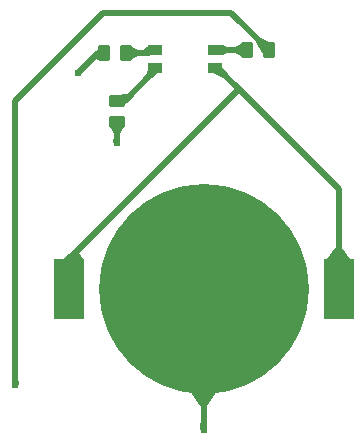
<source format=gbr>
%TF.GenerationSoftware,KiCad,Pcbnew,8.0.6*%
%TF.CreationDate,2024-12-04T16:57:49-05:00*%
%TF.ProjectId,Laser,4c617365-722e-46b6-9963-61645f706362,rev?*%
%TF.SameCoordinates,Original*%
%TF.FileFunction,Copper,L1,Top*%
%TF.FilePolarity,Positive*%
%FSLAX46Y46*%
G04 Gerber Fmt 4.6, Leading zero omitted, Abs format (unit mm)*
G04 Created by KiCad (PCBNEW 8.0.6) date 2024-12-04 16:57:49*
%MOMM*%
%LPD*%
G01*
G04 APERTURE LIST*
G04 Aperture macros list*
%AMRoundRect*
0 Rectangle with rounded corners*
0 $1 Rounding radius*
0 $2 $3 $4 $5 $6 $7 $8 $9 X,Y pos of 4 corners*
0 Add a 4 corners polygon primitive as box body*
4,1,4,$2,$3,$4,$5,$6,$7,$8,$9,$2,$3,0*
0 Add four circle primitives for the rounded corners*
1,1,$1+$1,$2,$3*
1,1,$1+$1,$4,$5*
1,1,$1+$1,$6,$7*
1,1,$1+$1,$8,$9*
0 Add four rect primitives between the rounded corners*
20,1,$1+$1,$2,$3,$4,$5,0*
20,1,$1+$1,$4,$5,$6,$7,0*
20,1,$1+$1,$6,$7,$8,$9,0*
20,1,$1+$1,$8,$9,$2,$3,0*%
G04 Aperture macros list end*
%TA.AperFunction,SMDPad,CuDef*%
%ADD10RoundRect,0.250000X0.262500X0.450000X-0.262500X0.450000X-0.262500X-0.450000X0.262500X-0.450000X0*%
%TD*%
%TA.AperFunction,SMDPad,CuDef*%
%ADD11R,1.270000X0.812800*%
%TD*%
%TA.AperFunction,SMDPad,CuDef*%
%ADD12RoundRect,0.250000X-0.262500X-0.450000X0.262500X-0.450000X0.262500X0.450000X-0.262500X0.450000X0*%
%TD*%
%TA.AperFunction,SMDPad,CuDef*%
%ADD13R,2.540000X5.080000*%
%TD*%
%TA.AperFunction,SMDPad,CuDef*%
%ADD14C,17.780000*%
%TD*%
%TA.AperFunction,SMDPad,CuDef*%
%ADD15RoundRect,0.250000X-0.450000X0.262500X-0.450000X-0.262500X0.450000X-0.262500X0.450000X0.262500X0*%
%TD*%
%TA.AperFunction,ViaPad*%
%ADD16C,0.609600*%
%TD*%
%TA.AperFunction,Conductor*%
%ADD17C,0.508000*%
%TD*%
G04 APERTURE END LIST*
D10*
%TO.P,R2,1*%
%TO.N,Net-(D1-GK)*%
X120004493Y-117501508D03*
%TO.P,R2,2*%
%TO.N,Net-(R2-Pad2)*%
X118179493Y-117501508D03*
%TD*%
D11*
%TO.P,D1,1,BK*%
%TO.N,Net-(D1-BK)*%
X127540000Y-117238000D03*
%TO.P,D1,2,GK*%
%TO.N,Net-(D1-GK)*%
X122460000Y-117238000D03*
%TO.P,D1,3,RK*%
%TO.N,Net-(D1-RK)*%
X122460000Y-118762000D03*
%TO.P,D1,4,A*%
%TO.N,Net-(BT1-+)*%
X127540000Y-118762000D03*
%TD*%
D12*
%TO.P,R3,1*%
%TO.N,Net-(D1-BK)*%
X130255775Y-117275783D03*
%TO.P,R3,2*%
%TO.N,Net-(R3-Pad2)*%
X132080775Y-117275783D03*
%TD*%
D13*
%TO.P,BT1,1,+*%
%TO.N,Net-(BT1-+)*%
X115140000Y-137500000D03*
X138000000Y-137500000D03*
D14*
%TO.P,BT1,2,-*%
%TO.N,Net-(BT1--)*%
X126570000Y-137500000D03*
%TD*%
D15*
%TO.P,R1,1*%
%TO.N,Net-(D1-RK)*%
X119233071Y-121526740D03*
%TO.P,R1,2*%
%TO.N,Net-(R1-Pad2)*%
X119233071Y-123351740D03*
%TD*%
D16*
%TO.N,Net-(BT1--)*%
X126600000Y-149400000D03*
%TO.N,Net-(R1-Pad2)*%
X119233071Y-125123650D03*
%TO.N,Net-(R2-Pad2)*%
X115941800Y-119157256D03*
%TO.N,Net-(R3-Pad2)*%
X110628741Y-145572873D03*
%TD*%
D17*
%TO.N,Net-(BT1-+)*%
X115140000Y-137500000D02*
X115140000Y-134976703D01*
X138000000Y-137500000D02*
X138000000Y-129010100D01*
X138000000Y-129010100D02*
X129553301Y-120563402D01*
X129553301Y-120563402D02*
X127751900Y-118762000D01*
X115140000Y-134976703D02*
X129553301Y-120563402D01*
%TO.N,Net-(BT1--)*%
X126570000Y-149334206D02*
X126563744Y-149340462D01*
X126570000Y-137500000D02*
X126570000Y-149334206D01*
%TO.N,Net-(D1-RK)*%
X119233071Y-121526740D02*
X119933071Y-121526740D01*
X119933071Y-121526740D02*
X122248100Y-119211711D01*
X122248100Y-119211711D02*
X122248100Y-118762000D01*
%TO.N,Net-(D1-BK)*%
X127789683Y-117275783D02*
X127751900Y-117238000D01*
X130255775Y-117275783D02*
X127789683Y-117275783D01*
%TO.N,Net-(D1-GK)*%
X120004493Y-117501508D02*
X121984592Y-117501508D01*
X121984592Y-117501508D02*
X122248100Y-117238000D01*
%TO.N,Net-(R1-Pad2)*%
X119233071Y-123351740D02*
X119233071Y-125123650D01*
%TO.N,Net-(R2-Pad2)*%
X118179493Y-117501508D02*
X117597548Y-117501508D01*
X117597548Y-117501508D02*
X115941800Y-119157256D01*
%TO.N,Net-(R3-Pad2)*%
X128935788Y-114130796D02*
X118067921Y-114130796D01*
X110623887Y-121574830D02*
X110623887Y-145446050D01*
X132080775Y-117275783D02*
X128935788Y-114130796D01*
X118067921Y-114130796D02*
X110623887Y-121574830D01*
%TD*%
%TA.AperFunction,Conductor*%
%TO.N,Net-(BT1-+)*%
G36*
X138256404Y-133963427D02*
G01*
X138257509Y-133964704D01*
X138996105Y-134954779D01*
X138998305Y-134963459D01*
X138997614Y-134966060D01*
X138010887Y-137473336D01*
X138004669Y-137479779D01*
X137995715Y-137479938D01*
X137989272Y-137473720D01*
X137989113Y-137473336D01*
X137002385Y-134966060D01*
X137002544Y-134957106D01*
X137003890Y-134954784D01*
X137742491Y-133964704D01*
X137750185Y-133960122D01*
X137751869Y-133960000D01*
X138248131Y-133960000D01*
X138256404Y-133963427D01*
G37*
%TD.AperFunction*%
%TD*%
%TA.AperFunction,Conductor*%
%TO.N,Net-(BT1-+)*%
G36*
X128177647Y-118739723D02*
G01*
X128178688Y-118740819D01*
X128618425Y-119267954D01*
X128621093Y-119276501D01*
X128617714Y-119283721D01*
X128272228Y-119629206D01*
X128263955Y-119632633D01*
X128258390Y-119631225D01*
X127411083Y-119173084D01*
X127405436Y-119166135D01*
X127405557Y-119159066D01*
X127536722Y-118768938D01*
X127542607Y-118762190D01*
X127547352Y-118760977D01*
X128169246Y-118736623D01*
X128177647Y-118739723D01*
G37*
%TD.AperFunction*%
%TD*%
%TA.AperFunction,Conductor*%
%TO.N,Net-(BT1-+)*%
G36*
X115691985Y-134081070D02*
G01*
X116042673Y-134431758D01*
X116044008Y-134433354D01*
X116406038Y-134954299D01*
X116407945Y-134963048D01*
X116406894Y-134966210D01*
X115155032Y-137469237D01*
X115148267Y-137475103D01*
X115139334Y-137474467D01*
X115133468Y-137467702D01*
X115133053Y-137466078D01*
X114682656Y-134966479D01*
X114684562Y-134957729D01*
X114686418Y-134955641D01*
X115675961Y-134080577D01*
X115684429Y-134077665D01*
X115691985Y-134081070D01*
G37*
%TD.AperFunction*%
%TD*%
%TA.AperFunction,Conductor*%
%TO.N,Net-(BT1--)*%
G36*
X126579152Y-137595632D02*
G01*
X126581626Y-137601604D01*
X127569501Y-146320056D01*
X127567460Y-146328083D01*
X126827494Y-147385010D01*
X126819941Y-147389822D01*
X126817909Y-147390000D01*
X126322091Y-147390000D01*
X126313818Y-147386573D01*
X126312506Y-147385010D01*
X125572539Y-146328083D01*
X125570498Y-146320057D01*
X126558374Y-137601603D01*
X126562711Y-137593769D01*
X126571317Y-137591295D01*
X126579152Y-137595632D01*
G37*
%TD.AperFunction*%
%TD*%
%TA.AperFunction,Conductor*%
%TO.N,Net-(BT1--)*%
G36*
X126822034Y-148799794D02*
G01*
X126825358Y-148806515D01*
X126903031Y-149386791D01*
X126900732Y-149395445D01*
X126892986Y-149399940D01*
X126891472Y-149400043D01*
X126600038Y-149400999D01*
X126599962Y-149400999D01*
X126307270Y-149400039D01*
X126299008Y-149396585D01*
X126295608Y-149388301D01*
X126295614Y-149387981D01*
X126315611Y-148807664D01*
X126319321Y-148799514D01*
X126327304Y-148796367D01*
X126813761Y-148796367D01*
X126822034Y-148799794D01*
G37*
%TD.AperFunction*%
%TD*%
%TA.AperFunction,Conductor*%
%TO.N,Net-(D1-RK)*%
G36*
X120119178Y-120988070D02*
G01*
X120119434Y-120988319D01*
X120466287Y-121335172D01*
X120469714Y-121343445D01*
X120466287Y-121351718D01*
X120465780Y-121352196D01*
X119930053Y-121827654D01*
X119921591Y-121830582D01*
X119917566Y-121829608D01*
X119238178Y-121530010D01*
X119231991Y-121523537D01*
X119231349Y-121521174D01*
X119204008Y-121352196D01*
X119151454Y-121027394D01*
X119153516Y-121018683D01*
X119161135Y-121013978D01*
X119162639Y-121013833D01*
X120110804Y-120984897D01*
X120119178Y-120988070D01*
G37*
%TD.AperFunction*%
%TD*%
%TA.AperFunction,Conductor*%
%TO.N,Net-(D1-RK)*%
G36*
X122460184Y-118765107D02*
G01*
X122465433Y-118770137D01*
X122674062Y-119160520D01*
X122674939Y-119169432D01*
X122671781Y-119174537D01*
X122179229Y-119640242D01*
X122170863Y-119643435D01*
X122162918Y-119640013D01*
X121815392Y-119292487D01*
X121811965Y-119284214D01*
X121811975Y-119283732D01*
X121824656Y-118992100D01*
X121828438Y-118983986D01*
X121832470Y-118981571D01*
X122451243Y-118764611D01*
X122460184Y-118765107D01*
G37*
%TD.AperFunction*%
%TD*%
%TA.AperFunction,Conductor*%
%TO.N,Net-(D1-BK)*%
G36*
X128180447Y-116856628D02*
G01*
X128574156Y-117018799D01*
X128580501Y-117025118D01*
X128581400Y-117029617D01*
X128581400Y-117520926D01*
X128577973Y-117529199D01*
X128572876Y-117532187D01*
X128180052Y-117642975D01*
X128171159Y-117641922D01*
X128170576Y-117641573D01*
X127554877Y-117248145D01*
X127549751Y-117240803D01*
X127551318Y-117231986D01*
X127555130Y-117228270D01*
X128169953Y-116857428D01*
X128178806Y-116856091D01*
X128180447Y-116856628D01*
G37*
%TD.AperFunction*%
%TD*%
%TA.AperFunction,Conductor*%
%TO.N,Net-(D1-BK)*%
G36*
X129761634Y-116769346D02*
G01*
X130248778Y-117267604D01*
X130252111Y-117275915D01*
X130248778Y-117283962D01*
X129761634Y-117782219D01*
X129753400Y-117785739D01*
X129748099Y-117784536D01*
X129237306Y-117532999D01*
X129231398Y-117526270D01*
X129230775Y-117522503D01*
X129230775Y-117029062D01*
X129234202Y-117020789D01*
X129237302Y-117018568D01*
X129748100Y-116767028D01*
X129757035Y-116766448D01*
X129761634Y-116769346D01*
G37*
%TD.AperFunction*%
%TD*%
%TA.AperFunction,Conductor*%
%TO.N,Net-(D1-GK)*%
G36*
X120512167Y-116992753D02*
G01*
X121022963Y-117244292D01*
X121028870Y-117251020D01*
X121029493Y-117254787D01*
X121029493Y-117748228D01*
X121026066Y-117756501D01*
X121022962Y-117758724D01*
X120512168Y-118010261D01*
X120503232Y-118010842D01*
X120498633Y-118007944D01*
X120221488Y-117724477D01*
X120011488Y-117509686D01*
X120008156Y-117501376D01*
X120011488Y-117493329D01*
X120498633Y-116995070D01*
X120506867Y-116991551D01*
X120512167Y-116992753D01*
G37*
%TD.AperFunction*%
%TD*%
%TA.AperFunction,Conductor*%
%TO.N,Net-(D1-GK)*%
G36*
X121830701Y-116981906D02*
G01*
X122454641Y-117235416D01*
X122461016Y-117241705D01*
X122461847Y-117244810D01*
X122510093Y-117632525D01*
X122507714Y-117641158D01*
X122499928Y-117645580D01*
X122499666Y-117645610D01*
X121431483Y-117754198D01*
X121422906Y-117751625D01*
X121418660Y-117743741D01*
X121418600Y-117742558D01*
X121418600Y-117253808D01*
X121422027Y-117245535D01*
X121423857Y-117244041D01*
X121819861Y-116982977D01*
X121828653Y-116981285D01*
X121830701Y-116981906D01*
G37*
%TD.AperFunction*%
%TD*%
%TA.AperFunction,Conductor*%
%TO.N,Net-(R1-Pad2)*%
G36*
X119241249Y-123358735D02*
G01*
X119456040Y-123568735D01*
X119739507Y-123845880D01*
X119743027Y-123854114D01*
X119741824Y-123859415D01*
X119490287Y-124370209D01*
X119483558Y-124376117D01*
X119479791Y-124376740D01*
X118986351Y-124376740D01*
X118978078Y-124373313D01*
X118975855Y-124370209D01*
X118724317Y-123859415D01*
X118723736Y-123850479D01*
X118726634Y-123845880D01*
X119224892Y-123358735D01*
X119233203Y-123355403D01*
X119241249Y-123358735D01*
G37*
%TD.AperFunction*%
%TD*%
%TA.AperFunction,Conductor*%
%TO.N,Net-(R1-Pad2)*%
G36*
X119484578Y-124517477D02*
G01*
X119487965Y-124524778D01*
X119536818Y-125111019D01*
X119534090Y-125119549D01*
X119526130Y-125123651D01*
X119525196Y-125123691D01*
X119233109Y-125124649D01*
X119233033Y-125124649D01*
X118940945Y-125123691D01*
X118932683Y-125120237D01*
X118929283Y-125111953D01*
X118929322Y-125111033D01*
X118978177Y-124524778D01*
X118982279Y-124516818D01*
X118989837Y-124514050D01*
X119476305Y-124514050D01*
X119484578Y-124517477D01*
G37*
%TD.AperFunction*%
%TD*%
%TA.AperFunction,Conductor*%
%TO.N,Net-(R2-Pad2)*%
G36*
X117674561Y-117142955D02*
G01*
X118171661Y-117494758D01*
X118176434Y-117502334D01*
X118175146Y-117509960D01*
X117814234Y-118164052D01*
X117807237Y-118169640D01*
X117798584Y-118168776D01*
X117636169Y-118084163D01*
X117465460Y-117995230D01*
X117462593Y-117993127D01*
X117113449Y-117643983D01*
X117110022Y-117635710D01*
X117113449Y-117627437D01*
X117113946Y-117626969D01*
X117660049Y-117143742D01*
X117668515Y-117140827D01*
X117674561Y-117142955D01*
G37*
%TD.AperFunction*%
%TD*%
%TA.AperFunction,Conductor*%
%TO.N,Net-(R2-Pad2)*%
G36*
X116200859Y-118554211D02*
G01*
X116544844Y-118898196D01*
X116548271Y-118906469D01*
X116545503Y-118914027D01*
X116165512Y-119363107D01*
X116157552Y-119367209D01*
X116149022Y-119364481D01*
X116148334Y-119363849D01*
X115941093Y-119157963D01*
X115941039Y-119157909D01*
X115735206Y-118950721D01*
X115731806Y-118942437D01*
X115735260Y-118934175D01*
X115735929Y-118933559D01*
X116185030Y-118553551D01*
X116193558Y-118550824D01*
X116200859Y-118554211D01*
G37*
%TD.AperFunction*%
%TD*%
%TA.AperFunction,Conductor*%
%TO.N,Net-(R3-Pad2)*%
G36*
X110875481Y-144967666D02*
G01*
X110878859Y-144974874D01*
X110932377Y-145560149D01*
X110929718Y-145568699D01*
X110921791Y-145572865D01*
X110920764Y-145572914D01*
X110628779Y-145573872D01*
X110628703Y-145573872D01*
X110336516Y-145572914D01*
X110328254Y-145569460D01*
X110324854Y-145561176D01*
X110324886Y-145560350D01*
X110369070Y-144975057D01*
X110373110Y-144967067D01*
X110380737Y-144964239D01*
X110867208Y-144964239D01*
X110875481Y-144967666D01*
G37*
%TD.AperFunction*%
%TD*%
%TA.AperFunction,Conductor*%
%TO.N,Net-(R3-Pad2)*%
G36*
X131403347Y-116235287D02*
G01*
X132098709Y-116572461D01*
X132104658Y-116579154D01*
X132105297Y-116583391D01*
X132081741Y-117268950D01*
X132078032Y-117277100D01*
X132074507Y-117279365D01*
X131577637Y-117484207D01*
X131568683Y-117484192D01*
X131563112Y-117479354D01*
X131041277Y-116598678D01*
X131040008Y-116589814D01*
X131043068Y-116584443D01*
X131389970Y-116237541D01*
X131398242Y-116234115D01*
X131403347Y-116235287D01*
G37*
%TD.AperFunction*%
%TD*%
M02*

</source>
